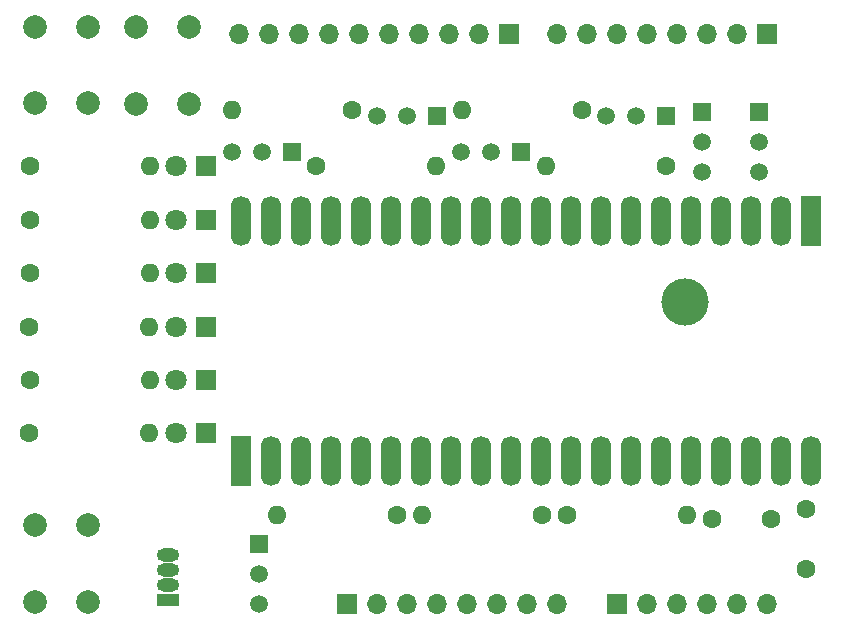
<source format=gbr>
%TF.GenerationSoftware,KiCad,Pcbnew,8.0.4*%
%TF.CreationDate,2024-08-20T08:45:38+02:00*%
%TF.ProjectId,Pico_Adapter,5069636f-5f41-4646-9170-7465722e6b69,V1.0*%
%TF.SameCoordinates,Original*%
%TF.FileFunction,Soldermask,Top*%
%TF.FilePolarity,Negative*%
%FSLAX46Y46*%
G04 Gerber Fmt 4.6, Leading zero omitted, Abs format (unit mm)*
G04 Created by KiCad (PCBNEW 8.0.4) date 2024-08-20 08:45:38*
%MOMM*%
%LPD*%
G01*
G04 APERTURE LIST*
%ADD10R,1.500000X1.500000*%
%ADD11C,1.500000*%
%ADD12R,1.800000X1.800000*%
%ADD13C,1.800000*%
%ADD14R,1.700000X1.700000*%
%ADD15O,1.700000X1.700000*%
%ADD16C,1.600000*%
%ADD17O,1.600000X1.600000*%
%ADD18R,1.700000X4.240000*%
%ADD19C,1.700000*%
%ADD20O,1.700000X4.240000*%
%ADD21C,2.000000*%
%ADD22C,4.000000*%
%ADD23R,1.900000X1.140000*%
%ADD24O,1.900000X1.140000*%
G04 APERTURE END LIST*
D10*
%TO.C,B1*%
X99568000Y-150749000D03*
D11*
X99568000Y-153289000D03*
X99568000Y-155829000D03*
%TD*%
D10*
%TO.C,Q5*%
X121768600Y-117504400D03*
D11*
X119228600Y-117504400D03*
X116688600Y-117504400D03*
%TD*%
D12*
%TO.C,P5*%
X95052800Y-127791400D03*
D13*
X92512800Y-127791400D03*
%TD*%
D14*
%TO.C,X5*%
X129869600Y-155769400D03*
D15*
X132409600Y-155769400D03*
X134949600Y-155769400D03*
X137489600Y-155769400D03*
X140029600Y-155769400D03*
X142569600Y-155769400D03*
%TD*%
D16*
%TO.C,R3*%
X123521200Y-148238400D03*
D17*
X113361200Y-148238400D03*
%TD*%
D16*
%TO.C,R13*%
X80138000Y-118723600D03*
D17*
X90298000Y-118723600D03*
%TD*%
D14*
%TO.C,X2*%
X98018600Y-144931900D03*
D18*
X98018600Y-143661900D03*
D14*
X98018600Y-142391900D03*
D19*
X100558600Y-144931900D03*
D20*
X100558600Y-143661900D03*
D19*
X100558600Y-142391900D03*
X103098600Y-144931900D03*
D20*
X103098600Y-143661900D03*
D19*
X103098600Y-142391900D03*
X105638600Y-144931900D03*
D20*
X105638600Y-143661900D03*
D19*
X105638600Y-142391900D03*
X108178600Y-144931900D03*
D20*
X108178600Y-143661900D03*
D19*
X108178600Y-142391900D03*
X110718600Y-144931900D03*
D20*
X110718600Y-143661900D03*
D19*
X110718600Y-142391900D03*
X113258600Y-144931900D03*
D20*
X113258600Y-143661900D03*
D19*
X113258600Y-142391900D03*
X115798600Y-144931900D03*
D20*
X115798600Y-143661900D03*
D19*
X115798600Y-142391900D03*
X118338600Y-144931900D03*
D20*
X118338600Y-143661900D03*
D19*
X118338600Y-142391900D03*
X120878600Y-144931900D03*
D20*
X120878600Y-143661900D03*
D19*
X120878600Y-142391900D03*
X123418600Y-144931900D03*
D20*
X123418600Y-143661900D03*
D19*
X123418600Y-142391900D03*
X125958600Y-144931900D03*
D20*
X125958600Y-143661900D03*
D19*
X125958600Y-142391900D03*
X128498600Y-144931900D03*
D20*
X128498600Y-143661900D03*
D19*
X128498600Y-142391900D03*
X131038600Y-144931900D03*
D20*
X131038600Y-143661900D03*
D19*
X131038600Y-142391900D03*
X133578600Y-144931900D03*
D20*
X133578600Y-143661900D03*
D19*
X133578600Y-142391900D03*
X136118600Y-144931900D03*
D20*
X136118600Y-143661900D03*
D19*
X136118600Y-142391900D03*
X138658600Y-144931900D03*
D20*
X138658600Y-143661900D03*
D19*
X138658600Y-142391900D03*
X141198600Y-144931900D03*
D20*
X141198600Y-143661900D03*
D19*
X141198600Y-142391900D03*
X143738600Y-144931900D03*
D20*
X143738600Y-143661900D03*
D19*
X143738600Y-142391900D03*
X146278600Y-144931900D03*
D20*
X146278600Y-143661900D03*
D19*
X146278600Y-142391900D03*
%TD*%
D12*
%TO.C,P4*%
X95047800Y-132312600D03*
D13*
X92507800Y-132312600D03*
%TD*%
D12*
%TO.C,P6*%
X95052800Y-123270200D03*
D13*
X92512800Y-123270200D03*
%TD*%
D16*
%TO.C,C2*%
X145846800Y-152802600D03*
X145846800Y-147802600D03*
%TD*%
D21*
%TO.C,SW2*%
X89114800Y-113439200D03*
X89114800Y-106939200D03*
X93614800Y-113439200D03*
X93614800Y-106939200D03*
%TD*%
D16*
%TO.C,R14*%
X80133000Y-132312600D03*
D17*
X90293000Y-132312600D03*
%TD*%
D16*
%TO.C,R10*%
X80133000Y-141355000D03*
D17*
X90293000Y-141355000D03*
%TD*%
D16*
%TO.C,R11*%
X80138000Y-127791400D03*
D17*
X90298000Y-127791400D03*
%TD*%
D16*
%TO.C,R7*%
X111253000Y-148238400D03*
D17*
X101093000Y-148238400D03*
%TD*%
D16*
%TO.C,R2*%
X125654800Y-148238400D03*
D17*
X135814800Y-148238400D03*
%TD*%
D16*
%TO.C,R1*%
X107468400Y-113948400D03*
D17*
X97308400Y-113948400D03*
%TD*%
D12*
%TO.C,P7*%
X95052800Y-118749000D03*
D13*
X92512800Y-118749000D03*
%TD*%
D12*
%TO.C,P2*%
X95047800Y-141355000D03*
D13*
X92507800Y-141355000D03*
%TD*%
D14*
%TO.C,X6*%
X120727800Y-107518400D03*
D15*
X118187800Y-107518400D03*
X115647800Y-107518400D03*
X113107800Y-107518400D03*
X110567800Y-107518400D03*
X108027800Y-107518400D03*
X105487800Y-107518400D03*
X102947800Y-107518400D03*
X100407800Y-107518400D03*
X97867800Y-107518400D03*
%TD*%
D14*
%TO.C,X3*%
X107010600Y-155769400D03*
D15*
X109550600Y-155769400D03*
X112090600Y-155769400D03*
X114630600Y-155769400D03*
X117170600Y-155769400D03*
X119710600Y-155769400D03*
X122250600Y-155769400D03*
X124790600Y-155769400D03*
%TD*%
D22*
%TO.C,U1*%
X135648000Y-130202400D03*
%TD*%
D16*
%TO.C,R4*%
X134011400Y-118723600D03*
D17*
X123851400Y-118723600D03*
%TD*%
D10*
%TO.C,Q7*%
X102337600Y-117500000D03*
D11*
X99797600Y-117500000D03*
X97257600Y-117500000D03*
%TD*%
D23*
%TO.C,P1*%
X91821000Y-155448000D03*
D24*
X91821000Y-154178000D03*
X91821000Y-152908000D03*
X91821000Y-151638000D03*
%TD*%
D21*
%TO.C,SW1*%
X85080400Y-149154000D03*
X85080400Y-155654000D03*
X80580400Y-149154000D03*
X80580400Y-155654000D03*
%TD*%
D16*
%TO.C,R12*%
X80138000Y-136833800D03*
D17*
X90298000Y-136833800D03*
%TD*%
D14*
%TO.C,X1*%
X146278600Y-122072400D03*
D18*
X146278600Y-123342400D03*
D14*
X146278600Y-124612400D03*
D19*
X143738600Y-122072400D03*
D20*
X143738600Y-123342400D03*
D19*
X143738600Y-124612400D03*
X141198600Y-122072400D03*
D20*
X141198600Y-123342400D03*
D19*
X141198600Y-124612400D03*
X138658600Y-122072400D03*
D20*
X138658600Y-123342400D03*
D19*
X138658600Y-124612400D03*
X136118600Y-122072400D03*
D20*
X136118600Y-123342400D03*
D19*
X136118600Y-124612400D03*
X133578600Y-122072400D03*
D20*
X133578600Y-123342400D03*
D19*
X133578600Y-124612400D03*
X131038600Y-122072400D03*
D20*
X131038600Y-123342400D03*
D19*
X131038600Y-124612400D03*
X128498600Y-122072400D03*
D20*
X128498600Y-123342400D03*
D19*
X128498600Y-124612400D03*
X125958600Y-122072400D03*
D20*
X125958600Y-123342400D03*
D19*
X125958600Y-124612400D03*
X123418600Y-122072400D03*
D20*
X123418600Y-123342400D03*
D19*
X123418600Y-124612400D03*
X120878600Y-122072400D03*
D20*
X120878600Y-123342400D03*
D19*
X120878600Y-124612400D03*
X118338600Y-122072400D03*
D20*
X118338600Y-123342400D03*
D19*
X118338600Y-124612400D03*
X115798600Y-122072400D03*
D20*
X115798600Y-123342400D03*
D19*
X115798600Y-124612400D03*
X113258600Y-122072400D03*
D20*
X113258600Y-123342400D03*
D19*
X113258600Y-124612400D03*
X110718600Y-122072400D03*
D20*
X110718600Y-123342400D03*
D19*
X110718600Y-124612400D03*
X108178600Y-122072400D03*
D20*
X108178600Y-123342400D03*
D19*
X108178600Y-124612400D03*
X105638600Y-122072400D03*
D20*
X105638600Y-123342400D03*
D19*
X105638600Y-124612400D03*
X103098600Y-122072400D03*
D20*
X103098600Y-123342400D03*
D19*
X103098600Y-124612400D03*
X100558600Y-122072400D03*
D20*
X100558600Y-123342400D03*
D19*
X100558600Y-124612400D03*
X98018600Y-122072400D03*
D20*
X98018600Y-123342400D03*
D19*
X98018600Y-124612400D03*
%TD*%
D16*
%TO.C,R6*%
X104420400Y-118723600D03*
D17*
X114580400Y-118723600D03*
%TD*%
D10*
%TO.C,Q4*%
X134062200Y-114452000D03*
D11*
X131522200Y-114452000D03*
X128982200Y-114452000D03*
%TD*%
D16*
%TO.C,R15*%
X80138000Y-123270200D03*
D17*
X90298000Y-123270200D03*
%TD*%
D16*
%TO.C,C1*%
X137922000Y-148590000D03*
X142922000Y-148590000D03*
%TD*%
D10*
%TO.C,Q6*%
X114656600Y-114456400D03*
D11*
X112116600Y-114456400D03*
X109576600Y-114456400D03*
%TD*%
D10*
%TO.C,Q3*%
X137110200Y-114151600D03*
D11*
X137110200Y-116691600D03*
X137110200Y-119231600D03*
%TD*%
D14*
%TO.C,X4*%
X142569600Y-107518400D03*
D15*
X140029600Y-107518400D03*
X137489600Y-107518400D03*
X134949600Y-107518400D03*
X132409600Y-107518400D03*
X129869600Y-107518400D03*
X127329600Y-107518400D03*
X124789600Y-107518400D03*
%TD*%
D12*
%TO.C,P3*%
X95052800Y-136833800D03*
D13*
X92512800Y-136833800D03*
%TD*%
D21*
%TO.C,SW3*%
X80580400Y-113413800D03*
X80580400Y-106913800D03*
X85080400Y-113413800D03*
X85080400Y-106913800D03*
%TD*%
D16*
%TO.C,R5*%
X126899400Y-113948400D03*
D17*
X116739400Y-113948400D03*
%TD*%
D10*
%TO.C,Q2*%
X141885400Y-114151600D03*
D11*
X141885400Y-116691600D03*
X141885400Y-119231600D03*
%TD*%
M02*

</source>
